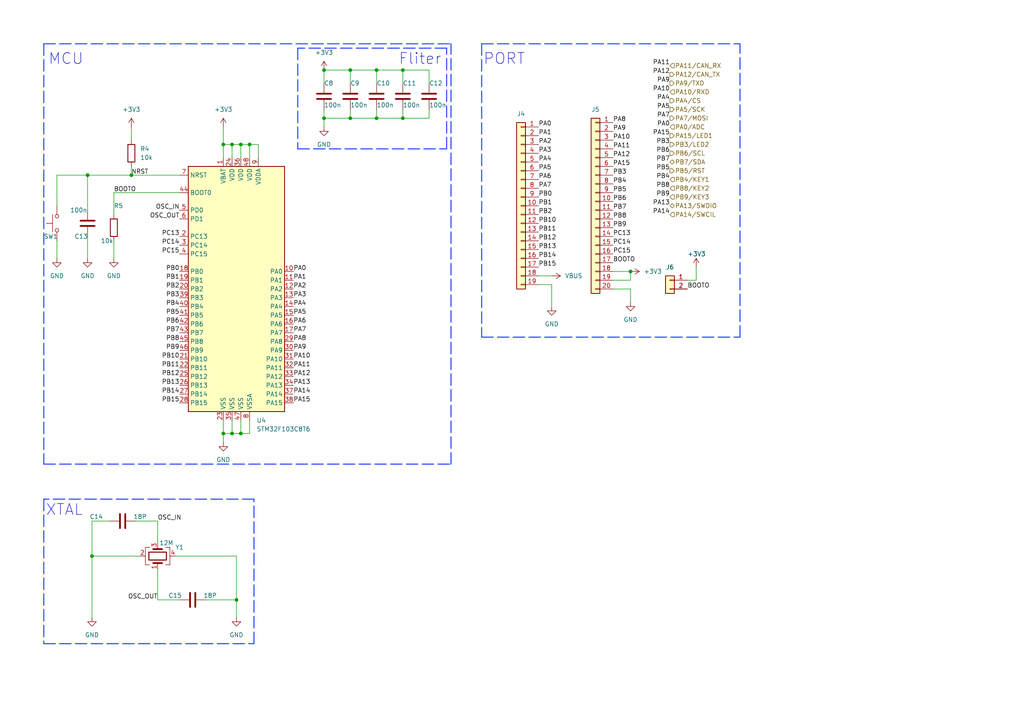
<source format=kicad_sch>
(kicad_sch (version 20211123) (generator eeschema)
  (paper "A4")
  (lib_symbols
    (symbol "Connector_Generic:Conn_01x02" (pin_names (offset 1.016) hide)
      (property "Reference" "J" (at 0 2.54 0))
      (property "Value" "Conn_01x02" (at 0 -5.08 0))
      (symbol "Conn_01x02_1_1"
        (rectangle (start -1.27 -2.413) (end 0 -2.667) (stroke (width 0.1524)))
        (rectangle (start -1.27 0.127) (end 0 -0.127) (stroke (width 0.1524)))
        (rectangle (start -1.27 1.27) (end 1.27 -3.81) (stroke (width 0.254)) (fill (type background)))
        (pin passive line (at -5.08 0 0) (length 3.81) (name "Pin_1") (number "1"))
        (pin passive line (at -5.08 -2.54 0) (length 3.81) (name "Pin_2") (number "2"))
      )
    )
    (symbol "Connector_Generic:Conn_01x19" (pin_names (offset 1.016) hide)
      (property "Reference" "J" (at 0 25.4 0))
      (property "Value" "Conn_01x19" (at 0 -25.4 0))
      (symbol "Conn_01x19_1_1"
        (rectangle (start -1.27 -22.733) (end 0 -22.987) (stroke (width 0.1524)))
        (rectangle (start -1.27 -20.193) (end 0 -20.447) (stroke (width 0.1524)))
        (rectangle (start -1.27 -17.653) (end 0 -17.907) (stroke (width 0.1524)))
        (rectangle (start -1.27 -15.113) (end 0 -15.367) (stroke (width 0.1524)))
        (rectangle (start -1.27 -12.573) (end 0 -12.827) (stroke (width 0.1524)))
        (rectangle (start -1.27 -10.033) (end 0 -10.287) (stroke (width 0.1524)))
        (rectangle (start -1.27 -7.493) (end 0 -7.747) (stroke (width 0.1524)))
        (rectangle (start -1.27 -4.953) (end 0 -5.207) (stroke (width 0.1524)))
        (rectangle (start -1.27 -2.413) (end 0 -2.667) (stroke (width 0.1524)))
        (rectangle (start -1.27 0.127) (end 0 -0.127) (stroke (width 0.1524)))
        (rectangle (start -1.27 2.667) (end 0 2.413) (stroke (width 0.1524)))
        (rectangle (start -1.27 5.207) (end 0 4.953) (stroke (width 0.1524)))
        (rectangle (start -1.27 7.747) (end 0 7.493) (stroke (width 0.1524)))
        (rectangle (start -1.27 10.287) (end 0 10.033) (stroke (width 0.1524)))
        (rectangle (start -1.27 12.827) (end 0 12.573) (stroke (width 0.1524)))
        (rectangle (start -1.27 15.367) (end 0 15.113) (stroke (width 0.1524)))
        (rectangle (start -1.27 17.907) (end 0 17.653) (stroke (width 0.1524)))
        (rectangle (start -1.27 20.447) (end 0 20.193) (stroke (width 0.1524)))
        (rectangle (start -1.27 22.987) (end 0 22.733) (stroke (width 0.1524)))
        (rectangle (start -1.27 24.13) (end 1.27 -24.13) (stroke (width 0.254)) (fill (type background)))
        (pin passive line (at -5.08 22.86 0) (length 3.81) (name "Pin_1") (number "1"))
        (pin passive line (at -5.08 0 0) (length 3.81) (name "Pin_10") (number "10"))
        (pin passive line (at -5.08 -2.54 0) (length 3.81) (name "Pin_11") (number "11"))
        (pin passive line (at -5.08 -5.08 0) (length 3.81) (name "Pin_12") (number "12"))
        (pin passive line (at -5.08 -7.62 0) (length 3.81) (name "Pin_13") (number "13"))
        (pin passive line (at -5.08 -10.16 0) (length 3.81) (name "Pin_14") (number "14"))
        (pin passive line (at -5.08 -12.7 0) (length 3.81) (name "Pin_15") (number "15"))
        (pin passive line (at -5.08 -15.24 0) (length 3.81) (name "Pin_16") (number "16"))
        (pin passive line (at -5.08 -17.78 0) (length 3.81) (name "Pin_17") (number "17"))
        (pin passive line (at -5.08 -20.32 0) (length 3.81) (name "Pin_18") (number "18"))
        (pin passive line (at -5.08 -22.86 0) (length 3.81) (name "Pin_19") (number "19"))
        (pin passive line (at -5.08 20.32 0) (length 3.81) (name "Pin_2") (number "2"))
        (pin passive line (at -5.08 17.78 0) (length 3.81) (name "Pin_3") (number "3"))
        (pin passive line (at -5.08 15.24 0) (length 3.81) (name "Pin_4") (number "4"))
        (pin passive line (at -5.08 12.7 0) (length 3.81) (name "Pin_5") (number "5"))
        (pin passive line (at -5.08 10.16 0) (length 3.81) (name "Pin_6") (number "6"))
        (pin passive line (at -5.08 7.62 0) (length 3.81) (name "Pin_7") (number "7"))
        (pin passive line (at -5.08 5.08 0) (length 3.81) (name "Pin_8") (number "8"))
        (pin passive line (at -5.08 2.54 0) (length 3.81) (name "Pin_9") (number "9"))
      )
    )
    (symbol "Connector_Generic:Conn_01x20" (pin_names (offset 1.016) hide)
      (property "Reference" "J" (at 0 25.4 0))
      (property "Value" "Conn_01x20" (at 0 -27.94 0))
      (symbol "Conn_01x20_1_1"
        (rectangle (start -1.27 -25.273) (end 0 -25.527) (stroke (width 0.1524)))
        (rectangle (start -1.27 -22.733) (end 0 -22.987) (stroke (width 0.1524)))
        (rectangle (start -1.27 -20.193) (end 0 -20.447) (stroke (width 0.1524)))
        (rectangle (start -1.27 -17.653) (end 0 -17.907) (stroke (width 0.1524)))
        (rectangle (start -1.27 -15.113) (end 0 -15.367) (stroke (width 0.1524)))
        (rectangle (start -1.27 -12.573) (end 0 -12.827) (stroke (width 0.1524)))
        (rectangle (start -1.27 -10.033) (end 0 -10.287) (stroke (width 0.1524)))
        (rectangle (start -1.27 -7.493) (end 0 -7.747) (stroke (width 0.1524)))
        (rectangle (start -1.27 -4.953) (end 0 -5.207) (stroke (width 0.1524)))
        (rectangle (start -1.27 -2.413) (end 0 -2.667) (stroke (width 0.1524)))
        (rectangle (start -1.27 0.127) (end 0 -0.127) (stroke (width 0.1524)))
        (rectangle (start -1.27 2.667) (end 0 2.413) (stroke (width 0.1524)))
        (rectangle (start -1.27 5.207) (end 0 4.953) (stroke (width 0.1524)))
        (rectangle (start -1.27 7.747) (end 0 7.493) (stroke (width 0.1524)))
        (rectangle (start -1.27 10.287) (end 0 10.033) (stroke (width 0.1524)))
        (rectangle (start -1.27 12.827) (end 0 12.573) (stroke (width 0.1524)))
        (rectangle (start -1.27 15.367) (end 0 15.113) (stroke (width 0.1524)))
        (rectangle (start -1.27 17.907) (end 0 17.653) (stroke (width 0.1524)))
        (rectangle (start -1.27 20.447) (end 0 20.193) (stroke (width 0.1524)))
        (rectangle (start -1.27 22.987) (end 0 22.733) (stroke (width 0.1524)))
        (rectangle (start -1.27 24.13) (end 1.27 -26.67) (stroke (width 0.254)) (fill (type background)))
        (pin passive line (at -5.08 22.86 0) (length 3.81) (name "Pin_1") (number "1"))
        (pin passive line (at -5.08 0 0) (length 3.81) (name "Pin_10") (number "10"))
        (pin passive line (at -5.08 -2.54 0) (length 3.81) (name "Pin_11") (number "11"))
        (pin passive line (at -5.08 -5.08 0) (length 3.81) (name "Pin_12") (number "12"))
        (pin passive line (at -5.08 -7.62 0) (length 3.81) (name "Pin_13") (number "13"))
        (pin passive line (at -5.08 -10.16 0) (length 3.81) (name "Pin_14") (number "14"))
        (pin passive line (at -5.08 -12.7 0) (length 3.81) (name "Pin_15") (number "15"))
        (pin passive line (at -5.08 -15.24 0) (length 3.81) (name "Pin_16") (number "16"))
        (pin passive line (at -5.08 -17.78 0) (length 3.81) (name "Pin_17") (number "17"))
        (pin passive line (at -5.08 -20.32 0) (length 3.81) (name "Pin_18") (number "18"))
        (pin passive line (at -5.08 -22.86 0) (length 3.81) (name "Pin_19") (number "19"))
        (pin passive line (at -5.08 20.32 0) (length 3.81) (name "Pin_2") (number "2"))
        (pin passive line (at -5.08 -25.4 0) (length 3.81) (name "Pin_20") (number "20"))
        (pin passive line (at -5.08 17.78 0) (length 3.81) (name "Pin_3") (number "3"))
        (pin passive line (at -5.08 15.24 0) (length 3.81) (name "Pin_4") (number "4"))
        (pin passive line (at -5.08 12.7 0) (length 3.81) (name "Pin_5") (number "5"))
        (pin passive line (at -5.08 10.16 0) (length 3.81) (name "Pin_6") (number "6"))
        (pin passive line (at -5.08 7.62 0) (length 3.81) (name "Pin_7") (number "7"))
        (pin passive line (at -5.08 5.08 0) (length 3.81) (name "Pin_8") (number "8"))
        (pin passive line (at -5.08 2.54 0) (length 3.81) (name "Pin_9") (number "9"))
      )
    )
    (symbol "Device:C" (pin_numbers hide) (pin_names (offset 0.254))
      (property "Reference" "C" (at 0.635 2.54 0))
      (property "Value" "C" (at 0.635 -2.54 0))
      (symbol "C_0_1"
        (polyline (pts (xy -2.032 -0.762) (xy 2.032 -0.762)) (stroke (width 0.508)))
        (polyline (pts (xy -2.032 0.762) (xy 2.032 0.762)) (stroke (width 0.508)))
      )
      (symbol "C_1_1"
        (pin passive line (at 0 3.81 270) (length 2.794) (name "~") (number "1"))
        (pin passive line (at 0 -3.81 90) (length 2.794) (name "~") (number "2"))
      )
    )
    (symbol "Device:Crystal_GND24" (pin_names (offset 1.016) hide)
      (property "Reference" "Y" (at 3.175 5.08 0))
      (property "Value" "Crystal_GND24" (at 3.175 3.175 0))
      (symbol "Crystal_GND24_0_1"
        (rectangle (start -1.143 2.54) (end 1.143 -2.54) (stroke (width 0.3048)))
        (polyline (pts (xy -2.54 0) (xy -2.032 0)))
        (polyline (pts (xy -2.032 -1.27) (xy -2.032 1.27)) (stroke (width 0.508)))
        (polyline (pts (xy 0 -3.81) (xy 0 -3.556)))
        (polyline (pts (xy 0 3.556) (xy 0 3.81)))
        (polyline (pts (xy 2.032 -1.27) (xy 2.032 1.27)) (stroke (width 0.508)))
        (polyline (pts (xy 2.032 0) (xy 2.54 0)))
        (polyline (pts (xy -2.54 -2.286) (xy -2.54 -3.556) (xy 2.54 -3.556) (xy 2.54 -2.286)))
        (polyline (pts (xy -2.54 2.286) (xy -2.54 3.556) (xy 2.54 3.556) (xy 2.54 2.286)))
      )
      (symbol "Crystal_GND24_1_1"
        (pin passive line (at -3.81 0 0) (length 1.27) (name "1") (number "1"))
        (pin passive line (at 0 5.08 270) (length 1.27) (name "2") (number "2"))
        (pin passive line (at 3.81 0 180) (length 1.27) (name "3") (number "3"))
        (pin passive line (at 0 -5.08 90) (length 1.27) (name "4") (number "4"))
      )
    )
    (symbol "Device:R" (pin_numbers hide) (pin_names (offset 0))
      (property "Reference" "R" (at 2.032 0 90))
      (property "Value" "R" (at 0 0 90))
      (symbol "R_0_1"
        (rectangle (start -1.016 -2.54) (end 1.016 2.54) (stroke (width 0.254)))
      )
      (symbol "R_1_1"
        (pin passive line (at 0 3.81 270) (length 1.27) (name "~") (number "1"))
        (pin passive line (at 0 -3.81 90) (length 1.27) (name "~") (number "2"))
      )
    )
    (symbol "MCU_ST_STM32F1:STM32F103C8Tx"
      (property "Reference" "U" (at -15.24 36.83 0))
      (property "Value" "STM32F103C8Tx" (at 7.62 36.83 0))
      (symbol "STM32F103C8Tx_0_1"
        (rectangle (start -15.24 -35.56) (end 12.7 35.56) (stroke (width 0.254)) (fill (type background)))
      )
      (symbol "STM32F103C8Tx_1_1"
        (pin power_in line (at -5.08 38.1 270) (length 2.54) (name "VBAT") (number "1"))
        (pin bidirectional line (at 15.24 5.08 180) (length 2.54) (name "PA0") (number "10"))
        (pin bidirectional line (at 15.24 2.54 180) (length 2.54) (name "PA1") (number "11"))
        (pin bidirectional line (at 15.24 0 180) (length 2.54) (name "PA2") (number "12"))
        (pin bidirectional line (at 15.24 -2.54 180) (length 2.54) (name "PA3") (number "13"))
        (pin bidirectional line (at 15.24 -5.08 180) (length 2.54) (name "PA4") (number "14"))
        (pin bidirectional line (at 15.24 -7.62 180) (length 2.54) (name "PA5") (number "15"))
        (pin bidirectional line (at 15.24 -10.16 180) (length 2.54) (name "PA6") (number "16"))
        (pin bidirectional line (at 15.24 -12.7 180) (length 2.54) (name "PA7") (number "17"))
        (pin bidirectional line (at -17.78 5.08 0) (length 2.54) (name "PB0") (number "18"))
        (pin bidirectional line (at -17.78 2.54 0) (length 2.54) (name "PB1") (number "19"))
        (pin bidirectional line (at -17.78 15.24 0) (length 2.54) (name "PC13") (number "2"))
        (pin bidirectional line (at -17.78 0 0) (length 2.54) (name "PB2") (number "20"))
        (pin bidirectional line (at -17.78 -20.32 0) (length 2.54) (name "PB10") (number "21"))
        (pin bidirectional line (at -17.78 -22.86 0) (length 2.54) (name "PB11") (number "22"))
        (pin power_in line (at -5.08 -38.1 90) (length 2.54) (name "VSS") (number "23"))
        (pin power_in line (at -2.54 38.1 270) (length 2.54) (name "VDD") (number "24"))
        (pin bidirectional line (at -17.78 -25.4 0) (length 2.54) (name "PB12") (number "25"))
        (pin bidirectional line (at -17.78 -27.94 0) (length 2.54) (name "PB13") (number "26"))
        (pin bidirectional line (at -17.78 -30.48 0) (length 2.54) (name "PB14") (number "27"))
        (pin bidirectional line (at -17.78 -33.02 0) (length 2.54) (name "PB15") (number "28"))
        (pin bidirectional line (at 15.24 -15.24 180) (length 2.54) (name "PA8") (number "29"))
        (pin bidirectional line (at -17.78 12.7 0) (length 2.54) (name "PC14") (number "3"))
        (pin bidirectional line (at 15.24 -17.78 180) (length 2.54) (name "PA9") (number "30"))
        (pin bidirectional line (at 15.24 -20.32 180) (length 2.54) (name "PA10") (number "31"))
        (pin bidirectional line (at 15.24 -22.86 180) (length 2.54) (name "PA11") (number "32"))
        (pin bidirectional line (at 15.24 -25.4 180) (length 2.54) (name "PA12") (number "33"))
        (pin bidirectional line (at 15.24 -27.94 180) (length 2.54) (name "PA13") (number "34"))
        (pin power_in line (at -2.54 -38.1 90) (length 2.54) (name "VSS") (number "35"))
        (pin power_in line (at 0 38.1 270) (length 2.54) (name "VDD") (number "36"))
        (pin bidirectional line (at 15.24 -30.48 180) (length 2.54) (name "PA14") (number "37"))
        (pin bidirectional line (at 15.24 -33.02 180) (length 2.54) (name "PA15") (number "38"))
        (pin bidirectional line (at -17.78 -2.54 0) (length 2.54) (name "PB3") (number "39"))
        (pin bidirectional line (at -17.78 10.16 0) (length 2.54) (name "PC15") (number "4"))
        (pin bidirectional line (at -17.78 -5.08 0) (length 2.54) (name "PB4") (number "40"))
        (pin bidirectional line (at -17.78 -7.62 0) (length 2.54) (name "PB5") (number "41"))
        (pin bidirectional line (at -17.78 -10.16 0) (length 2.54) (name "PB6") (number "42"))
        (pin bidirectional line (at -17.78 -12.7 0) (length 2.54) (name "PB7") (number "43"))
        (pin input line (at -17.78 27.94 0) (length 2.54) (name "BOOT0") (number "44"))
        (pin bidirectional line (at -17.78 -15.24 0) (length 2.54) (name "PB8") (number "45"))
        (pin bidirectional line (at -17.78 -17.78 0) (length 2.54) (name "PB9") (number "46"))
        (pin power_in line (at 0 -38.1 90) (length 2.54) (name "VSS") (number "47"))
        (pin power_in line (at 2.54 38.1 270) (length 2.54) (name "VDD") (number "48"))
        (pin input line (at -17.78 22.86 0) (length 2.54) (name "PD0") (number "5"))
        (pin input line (at -17.78 20.32 0) (length 2.54) (name "PD1") (number "6"))
        (pin input line (at -17.78 33.02 0) (length 2.54) (name "NRST") (number "7"))
        (pin power_in line (at 2.54 -38.1 90) (length 2.54) (name "VSSA") (number "8"))
        (pin power_in line (at 5.08 38.1 270) (length 2.54) (name "VDDA") (number "9"))
      )
    )
    (symbol "Switch:SW_Push" (pin_numbers hide) (pin_names (offset 1.016) hide)
      (property "Reference" "SW" (at 1.27 2.54 0))
      (property "Value" "SW_Push" (at 0 -1.524 0))
      (symbol "SW_Push_0_1"
        (circle (center -2.032 0) (radius 0.508))
        (polyline (pts (xy 0 1.27) (xy 0 3.048)))
        (polyline (pts (xy 2.54 1.27) (xy -2.54 1.27)))
        (circle (center 2.032 0) (radius 0.508))
        (pin passive line (at -5.08 0 0) (length 2.54) (name "1") (number "1"))
        (pin passive line (at 5.08 0 180) (length 2.54) (name "2") (number "2"))
      )
    )
    (symbol "power:+3V3" (power) (pin_names (offset 0))
      (property "Value" "+3V3" (at 0 3.556 0))
      (symbol "+3V3_0_1"
        (polyline (pts (xy -0.762 1.27) (xy 0 2.54)))
        (polyline (pts (xy 0 0) (xy 0 2.54)))
        (polyline (pts (xy 0 2.54) (xy 0.762 1.27)))
      )
      (symbol "+3V3_1_1"
        (pin power_in line (at 0 0 90) (length 0) hide (name "+3V3") (number "1"))
      )
    )
    (symbol "power:GND" (power) (pin_names (offset 0))
      (property "Value" "GND" (at 0 -3.81 0))
      (symbol "GND_0_1"
        (polyline (pts (xy 0 0) (xy 0 -1.27) (xy 1.27 -1.27) (xy 0 -2.54) (xy -1.27 -1.27) (xy 0 -1.27)))
      )
      (symbol "GND_1_1"
        (pin power_in line (at 0 0 270) (length 0) hide (name "GND") (number "1"))
      )
    )
    (symbol "power:VBUS" (power) (pin_names (offset 0))
      (property "Value" "VBUS" (at 0 3.81 0))
      (symbol "VBUS_0_1"
        (polyline (pts (xy -0.762 1.27) (xy 0 2.54)))
        (polyline (pts (xy 0 0) (xy 0 2.54)))
        (polyline (pts (xy 0 2.54) (xy 0.762 1.27)))
      )
      (symbol "VBUS_1_1"
        (pin power_in line (at 0 0 90) (length 0) hide (name "VBUS") (number "1"))
      )
    )
  )
  (junction (at 38.1 50.8))
  (junction (at 93.98 20.32))
  (junction (at 101.6 20.32))
  (junction (at 69.85 41.91))
  (junction (at 67.31 41.91))
  (junction (at 182.88 78.74))
  (junction (at 67.31 125.73))
  (junction (at 116.84 20.32))
  (junction (at 64.77 125.73))
  (junction (at 26.67 161.29))
  (junction (at 68.58 173.99))
  (junction (at 109.22 20.32))
  (junction (at 116.84 34.29))
  (junction (at 64.77 41.91))
  (junction (at 101.6 34.29))
  (junction (at 25.4 50.8))
  (junction (at 69.85 125.73))
  (junction (at 72.39 41.91))
  (junction (at 93.98 34.29))
  (junction (at 109.22 34.29))
  (wire (pts (xy 72.39 41.91) (xy 72.39 45.72)))
  (wire (pts (xy 93.98 34.29) (xy 101.6 34.29)))
  (wire (pts (xy 199.39 81.28) (xy 201.93 81.28)))
  (wire (pts (xy 64.77 36.83) (xy 64.77 41.91)))
  (wire (pts (xy 26.67 161.29) (xy 26.67 179.07)))
  (wire (pts (xy 177.8 83.82) (xy 182.88 83.82)))
  (wire (pts (xy 74.93 41.91) (xy 74.93 45.72)))
  (wire (pts (xy 45.72 173.99) (xy 52.07 173.99)))
  (wire (pts (xy 201.93 81.28) (xy 201.93 77.47)))
  (wire (pts (xy 38.1 50.8) (xy 52.07 50.8)))
  (wire (pts (xy 64.77 41.91) (xy 64.77 45.72)))
  (wire (pts (xy 69.85 41.91) (xy 69.85 45.72)))
  (wire (pts (xy 33.02 69.85) (xy 33.02 74.93)))
  (wire (pts (xy 45.72 165.1) (xy 45.72 173.99)))
  (wire (pts (xy 109.22 24.13) (xy 109.22 20.32)))
  (wire (pts (xy 69.85 121.92) (xy 69.85 125.73)))
  (bus (pts (xy 139.7 12.7) (xy 139.7 97.79)) (stroke (width 0) (type dash) (color 39 69 255 1)))
  (wire (pts (xy 38.1 48.26) (xy 38.1 50.8)))
  (wire (pts (xy 16.51 59.69) (xy 16.51 50.8)))
  (wire (pts (xy 39.37 151.13) (xy 45.72 151.13)))
  (bus (pts (xy 86.36 43.18) (xy 129.54 43.18)) (stroke (width 0) (type dash) (color 39 69 255 1)))
  (wire (pts (xy 124.46 34.29) (xy 124.46 31.75)))
  (wire (pts (xy 109.22 31.75) (xy 109.22 34.29)))
  (wire (pts (xy 177.8 78.74) (xy 182.88 78.74)))
  (bus (pts (xy 73.66 186.69) (xy 73.66 144.78)) (stroke (width 0) (type dash) (color 39 69 255 1)))
  (wire (pts (xy 182.88 81.28) (xy 182.88 78.74)))
  (wire (pts (xy 93.98 36.83) (xy 93.98 34.29)))
  (wire (pts (xy 116.84 20.32) (xy 124.46 20.32)))
  (wire (pts (xy 64.77 41.91) (xy 67.31 41.91)))
  (wire (pts (xy 67.31 125.73) (xy 64.77 125.73)))
  (wire (pts (xy 67.31 45.72) (xy 67.31 41.91)))
  (wire (pts (xy 16.51 69.85) (xy 16.51 74.93)))
  (wire (pts (xy 160.02 82.55) (xy 160.02 88.9)))
  (bus (pts (xy 130.81 134.62) (xy 130.81 12.7)) (stroke (width 0) (type dash) (color 39 69 255 1)))
  (wire (pts (xy 25.4 50.8) (xy 38.1 50.8)))
  (wire (pts (xy 93.98 20.32) (xy 93.98 24.13)))
  (bus (pts (xy 86.36 13.97) (xy 86.36 43.18)) (stroke (width 0) (type dash) (color 39 69 255 1)))
  (bus (pts (xy 139.7 97.79) (xy 214.63 97.79)) (stroke (width 0) (type dash) (color 39 69 255 1)))
  (wire (pts (xy 40.64 161.29) (xy 26.67 161.29)))
  (bus (pts (xy 12.7 144.78) (xy 12.7 186.69)) (stroke (width 0) (type dash) (color 39 69 255 1)))
  (bus (pts (xy 12.7 12.7) (xy 130.81 12.7)) (stroke (width 0) (type dash) (color 39 69 255 1)))
  (wire (pts (xy 69.85 41.91) (xy 72.39 41.91)))
  (wire (pts (xy 33.02 62.23) (xy 33.02 55.88)))
  (wire (pts (xy 25.4 68.58) (xy 25.4 74.93)))
  (bus (pts (xy 12.7 134.62) (xy 130.81 134.62)) (stroke (width 0) (type dash) (color 39 69 255 1)))
  (wire (pts (xy 50.8 161.29) (xy 68.58 161.29)))
  (bus (pts (xy 73.66 144.78) (xy 12.7 144.78)) (stroke (width 0) (type dash) (color 39 69 255 1)))
  (wire (pts (xy 68.58 161.29) (xy 68.58 173.99)))
  (wire (pts (xy 26.67 151.13) (xy 26.67 161.29)))
  (wire (pts (xy 156.21 80.01) (xy 160.02 80.01)))
  (bus (pts (xy 12.7 12.7) (xy 12.7 134.62)) (stroke (width 0) (type dash) (color 39 69 255 1)))
  (wire (pts (xy 64.77 125.73) (xy 64.77 128.27)))
  (wire (pts (xy 101.6 20.32) (xy 109.22 20.32)))
  (wire (pts (xy 101.6 34.29) (xy 109.22 34.29)))
  (wire (pts (xy 72.39 41.91) (xy 74.93 41.91)))
  (wire (pts (xy 59.69 173.99) (xy 68.58 173.99)))
  (wire (pts (xy 72.39 121.92) (xy 72.39 125.73)))
  (wire (pts (xy 68.58 173.99) (xy 68.58 179.07)))
  (wire (pts (xy 31.75 151.13) (xy 26.67 151.13)))
  (wire (pts (xy 116.84 34.29) (xy 124.46 34.29)))
  (wire (pts (xy 38.1 36.83) (xy 38.1 40.64)))
  (wire (pts (xy 182.88 83.82) (xy 182.88 87.63)))
  (wire (pts (xy 93.98 31.75) (xy 93.98 34.29)))
  (bus (pts (xy 129.54 13.97) (xy 86.36 13.97)) (stroke (width 0) (type dash) (color 39 69 255 1)))
  (wire (pts (xy 177.8 81.28) (xy 182.88 81.28)))
  (wire (pts (xy 116.84 31.75) (xy 116.84 34.29)))
  (wire (pts (xy 64.77 121.92) (xy 64.77 125.73)))
  (wire (pts (xy 109.22 34.29) (xy 116.84 34.29)))
  (bus (pts (xy 214.63 97.79) (xy 214.63 12.7)) (stroke (width 0) (type dash) (color 39 69 255 1)))
  (wire (pts (xy 116.84 20.32) (xy 116.84 24.13)))
  (wire (pts (xy 69.85 125.73) (xy 67.31 125.73)))
  (wire (pts (xy 25.4 60.96) (xy 25.4 50.8)))
  (wire (pts (xy 156.21 82.55) (xy 160.02 82.55)))
  (wire (pts (xy 16.51 50.8) (xy 25.4 50.8)))
  (bus (pts (xy 129.54 43.18) (xy 129.54 13.97)) (stroke (width 0) (type dash) (color 39 69 255 1)))
  (wire (pts (xy 101.6 20.32) (xy 101.6 24.13)))
  (wire (pts (xy 72.39 125.73) (xy 69.85 125.73)))
  (wire (pts (xy 101.6 31.75) (xy 101.6 34.29)))
  (wire (pts (xy 109.22 20.32) (xy 116.84 20.32)))
  (wire (pts (xy 33.02 55.88) (xy 52.07 55.88)))
  (bus (pts (xy 12.7 186.69) (xy 73.66 186.69)) (stroke (width 0) (type dash) (color 39 69 255 1)))
  (wire (pts (xy 67.31 41.91) (xy 69.85 41.91)))
  (bus (pts (xy 139.7 12.7) (xy 214.63 12.7)) (stroke (width 0) (type dash) (color 39 69 255 1)))
  (wire (pts (xy 67.31 121.92) (xy 67.31 125.73)))
  (wire (pts (xy 124.46 20.32) (xy 124.46 24.13)))
  (wire (pts (xy 45.72 151.13) (xy 45.72 157.48)))
  (wire (pts (xy 93.98 20.32) (xy 101.6 20.32)))
  (text "Fliter" (at 115.57 19.05 0) (effects (font (size 3.17 3.17)) (justify left bottom)))
  (text "PORT\n" (at 152.4 19.05 180) (effects (font (size 3.17 3.17)) (justify right bottom)))
  (text "MCU" (at 13.97 19.05 0) (effects (font (size 3.17 3.17)) (justify left bottom)))
  (text "XTAL\n" (at 24.13 149.86 180) (effects (font (size 3.17 3.17)) (justify right bottom)))
  (label "PA11" (at 194.31 19.05 180))
  (label "PA9" (at 177.8 38.1 0))
  (label "PC14" (at 177.8 71.12 0))
  (label "PA0" (at 85.09 78.74 0))
  (label "PA1" (at 156.21 39.37 0))
  (label "PC15" (at 52.07 73.66 180))
  (label "PB5" (at 177.8 55.88 0))
  (label "PA13" (at 85.09 111.76 0))
  (label "PB10" (at 156.21 64.77 0))
  (label "PA3" (at 85.09 86.36 0))
  (label "PB12" (at 52.07 109.22 180))
  (label "PB0" (at 156.21 57.15 0))
  (label "BOOTO" (at 199.39 83.82 0))
  (label "PB3" (at 194.31 41.91 180))
  (label "PC14" (at 52.07 71.12 180))
  (label "PA13" (at 194.31 59.69 180))
  (label "OSC_IN" (at 45.72 151.13 0))
  (label "PB1" (at 52.07 81.28 180))
  (label "PA14" (at 194.31 62.23 180))
  (label "PB15" (at 156.21 77.47 0))
  (label "PB10" (at 52.07 104.14 180))
  (label "PA8" (at 85.09 99.06 0))
  (label "PA3" (at 156.21 44.45 0))
  (label "PA14" (at 85.09 114.3 0))
  (label "PA5" (at 156.21 49.53 0))
  (label "OSC_OUT" (at 45.72 173.99 180))
  (label "PA10" (at 85.09 104.14 0))
  (label "PB3" (at 52.07 86.36 180))
  (label "PB14" (at 52.07 114.3 180))
  (label "PA11" (at 177.8 43.18 0))
  (label "PB2" (at 52.07 83.82 180))
  (label "PB11" (at 52.07 106.68 180))
  (label "PB4" (at 177.8 53.34 0))
  (label "PB8" (at 194.31 54.61 180))
  (label "PC13" (at 177.8 68.58 0))
  (label "PA6" (at 85.09 93.98 0))
  (label "PA4" (at 156.21 46.99 0))
  (label "PB9" (at 52.07 101.6 180))
  (label "PB13" (at 156.21 72.39 0))
  (label "PB7" (at 52.07 96.52 180))
  (label "NRST" (at 38.1 50.8 0))
  (label "PB9" (at 194.31 57.15 180))
  (label "PA15" (at 177.8 48.26 0))
  (label "PA15" (at 85.09 116.84 0))
  (label "OSC_OUT" (at 52.07 63.5 180))
  (label "PB0" (at 52.07 78.74 180))
  (label "PA1" (at 85.09 81.28 0))
  (label "PC15" (at 177.8 73.66 0))
  (label "PA9" (at 85.09 101.6 0))
  (label "PA15" (at 194.31 39.37 180))
  (label "PB9" (at 177.8 66.04 0))
  (label "PA11" (at 85.09 106.68 0))
  (label "PA5" (at 85.09 91.44 0))
  (label "PA4" (at 85.09 88.9 0))
  (label "PA10" (at 177.8 40.64 0))
  (label "PB5" (at 52.07 91.44 180))
  (label "PB7" (at 177.8 60.96 0))
  (label "PA8" (at 177.8 35.56 0))
  (label "PA0" (at 194.31 36.83 180))
  (label "BOOTO" (at 33.02 55.88 0))
  (label "PA12" (at 194.31 21.59 180))
  (label "BOOTO" (at 177.8 76.2 0))
  (label "PB7" (at 194.31 46.99 180))
  (label "PA12" (at 177.8 45.72 0))
  (label "PC13" (at 52.07 68.58 180))
  (label "PB4" (at 52.07 88.9 180))
  (label "PB8" (at 177.8 63.5 0))
  (label "PA4" (at 194.31 29.21 180))
  (label "PB11" (at 156.21 67.31 0))
  (label "PA12" (at 85.09 109.22 0))
  (label "PB8" (at 52.07 99.06 180))
  (label "PB13" (at 52.07 111.76 180))
  (label "PA7" (at 194.31 34.29 180))
  (label "PB5" (at 194.31 49.53 180))
  (label "PB6" (at 177.8 58.42 0))
  (label "PA2" (at 85.09 83.82 0))
  (label "PB14" (at 156.21 74.93 0))
  (label "PA7" (at 156.21 54.61 0))
  (label "PA0" (at 156.21 36.83 0))
  (label "PA5" (at 194.31 31.75 180))
  (label "PB4" (at 194.31 52.07 180))
  (label "PB2" (at 156.21 62.23 0))
  (label "PA7" (at 85.09 96.52 0))
  (label "PB12" (at 156.21 69.85 0))
  (label "PA6" (at 156.21 52.07 0))
  (label "PB3" (at 177.8 50.8 0))
  (label "PA2" (at 156.21 41.91 0))
  (label "PA9" (at 194.31 24.13 180))
  (label "PB6" (at 194.31 44.45 180))
  (label "PA10" (at 194.31 26.67 180))
  (label "PB6" (at 52.07 93.98 180))
  (label "OSC_IN" (at 52.07 60.96 180))
  (label "PB15" (at 52.07 116.84 180))
  (label "PB1" (at 156.21 59.69 0))
  (hierarchical_label "PB5{slash}RST" (shape output) (at 194.31 49.53 0))
  (hierarchical_label "PA12{slash}CAN_TX" (shape output) (at 194.31 21.59 0))
  (hierarchical_label "PB4{slash}KEY1" (shape input) (at 194.31 52.07 0))
  (hierarchical_label "PA0{slash}ADC" (shape input) (at 194.31 36.83 0))
  (hierarchical_label "PA7{slash}MOSI" (shape output) (at 194.31 34.29 0))
  (hierarchical_label "PA15{slash}LED1" (shape output) (at 194.31 39.37 0))
  (hierarchical_label "PA11{slash}CAN_RX" (shape input) (at 194.31 19.05 0))
  (hierarchical_label "PA14{slash}SWCIL" (shape input) (at 194.31 62.23 0))
  (hierarchical_label "PA9{slash}TXD" (shape output) (at 194.31 24.13 0))
  (hierarchical_label "PB9{slash}KEY3" (shape input) (at 194.31 57.15 0))
  (hierarchical_label "PA4{slash}CS" (shape output) (at 194.31 29.21 0))
  (hierarchical_label "PA5{slash}SCK" (shape output) (at 194.31 31.75 0))
  (hierarchical_label "PA13{slash}SWDIO" (shape bidirectional) (at 194.31 59.69 0))
  (hierarchical_label "PB8{slash}KEY2" (shape input) (at 194.31 54.61 0))
  (hierarchical_label "PA10{slash}RXD" (shape input) (at 194.31 26.67 0))
  (hierarchical_label "PB3{slash}LED2" (shape output) (at 194.31 41.91 0))
  (hierarchical_label "PB7{slash}SDA" (shape bidirectional) (at 194.31 46.99 0))
  (hierarchical_label "PB6{slash}SCL" (shape output) (at 194.31 44.45 0))
  (symbol (lib_id "power:GND") (at 64.77 128.27 0) (unit 1)
    (property "Reference" "#PWR0155" (effects hide))
    (property "Value" "GND" (at 64.77 133.35 0))
  )
  (symbol (lib_id "power:GND") (at 26.67 179.07 0) (unit 1)
    (property "Reference" "#PWR0163" (effects hide))
    (property "Value" "GND" (at 26.67 184.15 0))
  )
  (symbol (lib_id "power:+3V3") (at 38.1 36.83 0) (unit 1)
    (property "Reference" "#PWR0150" (effects hide))
    (property "Value" "+3V3" (at 38.1 31.75 0))
  )
  (symbol (lib_id "Device:C") (at 55.88 173.99 90) (unit 1)
    (property "Reference" "C15" (at 50.8 172.72 90))
    (property "Value" "18P" (at 60.96 172.72 90))
    (property "Footprint" "C_0603_1608Metric" (effects hide))
  )
  (symbol (lib_id "power:+3V3") (at 201.93 77.47 0) (unit 1)
    (property "Reference" "#PWR0162" (effects hide))
    (property "Value" "+3V3" (at 199.39 73.66 0) (effects (justify left)))
  )
  (symbol (lib_id "power:VBUS") (at 160.02 80.01 270) (unit 1)
    (property "Reference" "#PWR0160" (effects hide))
    (property "Value" "VBUS" (at 163.83 80.0099 90) (effects (justify left)))
  )
  (symbol (lib_id "power:+3V3") (at 93.98 20.32 0) (unit 1)
    (property "Reference" "#PWR0157" (effects hide))
    (property "Value" "+3V3" (at 93.98 15.24 0))
  )
  (symbol (lib_id "MCU_ST_STM32F1:STM32F103C8Tx") (at 69.85 83.82 0) (unit 1)
    (property "Reference" "U4" (at 74.4094 121.92 0) (effects (justify left)))
    (property "Value" "STM32F103C8T6" (at 74.4094 124.46 0) (effects (justify left)))
    (property "Footprint" "Package_QFP:LQFP-48_7x7mm_P0.5mm" (effects hide))
    (property "Datasheet" "http://www.st.com/st-web-ui/static/active/en/resource/technical/document/datasheet/CD00161566.pdf" (effects hide))
  )
  (symbol (lib_id "Device:Crystal_GND24") (at 45.72 161.29 90) (unit 1)
    (property "Reference" "Y1" (at 52.07 158.75 90))
    (property "Value" "12M" (at 48.26 157.48 90))
    (property "Footprint" "Crystal_SMD_3225-4Pin_3.2x2.5mm" (effects hide))
  )
  (symbol (lib_id "Device:R") (at 38.1 44.45 0) (unit 1)
    (property "Reference" "R4" (at 40.64 43.1799 0) (effects (justify left)))
    (property "Value" "10k" (at 40.64 45.7199 0) (effects (justify left)))
    (property "Footprint" "R_0603_1608Metric" (effects hide))
  )
  (symbol (lib_id "Connector_Generic:Conn_01x19") (at 151.13 59.69 0) (mirror y) (unit 1)
    (property "Reference" "J4" (at 151.13 33.02 0))
    (property "Value" "Conn_01x19" (effects hide))
    (property "Footprint" "PinHeader_1x19_P2.54mm_Vertical" (effects hide))
  )
  (symbol (lib_id "Device:R") (at 33.02 66.04 0) (unit 1)
    (property "Reference" "R5" (at 33.02 59.69 0) (effects (justify left)))
    (property "Value" "10k" (at 29.21 69.85 0) (effects (justify left)))
    (property "Footprint" "R_0603_1608Metric" (effects hide))
  )
  (symbol (lib_id "Switch:SW_Push") (at 16.51 64.77 90) (unit 1)
    (property "Reference" "SW1" (at 12.7 68.58 90) (effects (justify right)))
    (property "Value" "SW_Push" (effects hide))
    (property "Footprint" "SW_Push_1P1T_NO_6x6mm_H9.5mm" (effects hide))
  )
  (symbol (lib_id "power:GND") (at 182.88 87.63 0) (unit 1)
    (property "Reference" "#PWR0159" (effects hide))
    (property "Value" "GND" (at 182.88 92.71 0))
  )
  (symbol (lib_id "power:+3V3") (at 64.77 36.83 0) (unit 1)
    (property "Reference" "#PWR0151" (effects hide))
    (property "Value" "+3V3" (at 64.77 31.75 0))
  )
  (symbol (lib_id "power:+3V3") (at 182.88 78.74 270) (unit 1)
    (property "Reference" "#PWR0161" (effects hide))
    (property "Value" "+3V3" (at 186.69 78.7399 90) (effects (justify left)))
  )
  (symbol (lib_id "Device:C") (at 25.4 64.77 0) (unit 1)
    (property "Reference" "C13" (at 21.59 68.58 0) (effects (justify left)))
    (property "Value" "100n" (at 20.32 60.96 0) (effects (justify left)))
    (property "Footprint" "C_0603_1608Metric" (effects hide))
  )
  (symbol (lib_id "Device:C") (at 93.98 27.94 0) (unit 1)
    (property "Reference" "C8" (at 93.98 24.13 0) (effects (justify left)))
    (property "Value" "100n" (at 93.98 30.48 0) (effects (justify left)))
    (property "Footprint" "C_0603_1608Metric" (effects hide))
  )
  (symbol (lib_id "Device:C") (at 124.46 27.94 0) (unit 1)
    (property "Reference" "C12" (at 124.46 24.13 0) (effects (justify left)))
    (property "Value" "100n" (at 124.46 30.48 0) (effects (justify left)))
    (property "Footprint" "C_0603_1608Metric" (effects hide))
  )
  (symbol (lib_id "power:GND") (at 33.02 74.93 0) (unit 1)
    (property "Reference" "#PWR0154" (effects hide))
    (property "Value" "GND" (at 33.02 80.01 0))
  )
  (symbol (lib_id "Device:C") (at 109.22 27.94 0) (unit 1)
    (property "Reference" "C10" (at 109.22 24.13 0) (effects (justify left)))
    (property "Value" "100n" (at 109.22 30.48 0) (effects (justify left)))
    (property "Footprint" "C_0603_1608Metric" (effects hide))
  )
  (symbol (lib_id "power:GND") (at 16.51 74.93 0) (unit 1)
    (property "Reference" "#PWR0152" (effects hide))
    (property "Value" "GND" (at 16.51 80.01 0))
  )
  (symbol (lib_id "Device:C") (at 116.84 27.94 0) (unit 1)
    (property "Reference" "C11" (at 116.84 24.13 0) (effects (justify left)))
    (property "Value" "100n" (at 116.84 30.48 0) (effects (justify left)))
    (property "Footprint" "C_0603_1608Metric" (effects hide))
  )
  (symbol (lib_id "power:GND") (at 68.58 179.07 0) (unit 1)
    (property "Reference" "#PWR014" (effects hide))
    (property "Value" "GND" (at 68.58 184.15 0))
  )
  (symbol (lib_id "Device:C") (at 35.56 151.13 90) (unit 1)
    (property "Reference" "C14" (at 27.94 149.86 90))
    (property "Value" "18P" (at 40.64 149.86 90))
    (property "Footprint" "C_0603_1608Metric" (effects hide))
  )
  (symbol (lib_id "Connector_Generic:Conn_01x20") (at 172.72 58.42 0) (mirror y) (unit 1)
    (property "Reference" "J5" (at 172.72 31.75 0))
    (property "Value" "Conn_01x20" (effects hide))
    (property "Footprint" "PinHeader_1x20_P2.54mm_Vertical" (effects hide))
  )
  (symbol (lib_id "Connector_Generic:Conn_01x02") (at 194.31 81.28 0) (mirror y) (unit 1)
    (property "Reference" "J6" (at 194.31 77.47 0))
    (property "Value" "Conn_01x02" (effects hide))
    (property "Footprint" "PinHeader_1x02_P2.54mm_Vertical" (effects hide))
  )
  (symbol (lib_id "Device:C") (at 101.6 27.94 0) (unit 1)
    (property "Reference" "C9" (at 101.6 24.13 0) (effects (justify left)))
    (property "Value" "100n" (at 101.6 30.48 0) (effects (justify left)))
    (property "Footprint" "C_0603_1608Metric" (effects hide))
  )
  (symbol (lib_id "power:GND") (at 160.02 88.9 0) (unit 1)
    (property "Reference" "#PWR0158" (effects hide))
    (property "Value" "GND" (at 160.02 93.98 0))
  )
  (symbol (lib_id "power:GND") (at 93.98 36.83 0) (unit 1)
    (property "Reference" "#PWR0156" (effects hide))
    (property "Value" "GND" (at 93.98 41.91 0))
  )
  (symbol (lib_id "power:GND") (at 25.4 74.93 0) (unit 1)
    (property "Reference" "#PWR0153" (effects hide))
    (property "Value" "GND" (at 25.4 80.01 0))
  )
)
</source>
